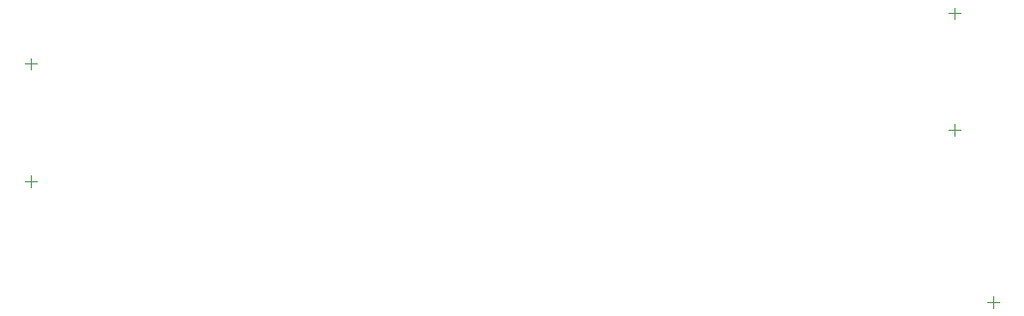
<source format=gbr>
%TF.GenerationSoftware,Altium Limited,Altium Designer,21.6.4 (81)*%
G04 Layer_Color=32768*
%FSLAX43Y43*%
%MOMM*%
%TF.SameCoordinates,100B324C-8CEB-4A13-B8D1-7C84912F4746*%
%TF.FilePolarity,Positive*%
%TF.FileFunction,Other,Top_Component_Center*%
%TF.Part,Single*%
G01*
G75*
%TA.AperFunction,NonConductor*%
%ADD107C,0.100*%
%ADD154C,0.050*%
D107*
X88036Y11819D02*
Y12819D01*
X87536Y12319D02*
X88536D01*
D154*
X5500Y22671D02*
X6500D01*
X6000Y22171D02*
Y23171D01*
X5500Y32675D02*
X6500D01*
X6000Y32175D02*
Y33175D01*
X84734Y36497D02*
Y37497D01*
X84234Y36997D02*
X85234D01*
X84734Y26515D02*
Y27515D01*
X84234Y27015D02*
X85234D01*
%TF.MD5,de85d1aa9421a0c3ca8d243e72c22deb*%
M02*

</source>
